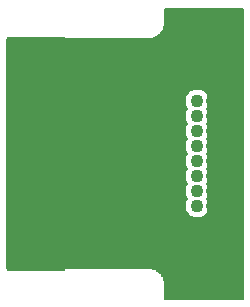
<source format=gbr>
%TF.GenerationSoftware,KiCad,Pcbnew,5.1.6-c6e7f7d~87~ubuntu18.04.1*%
%TF.CreationDate,2020-10-17T23:49:05-07:00*%
%TF.ProjectId,LA_Adapter,4c415f41-6461-4707-9465-722e6b696361,rev?*%
%TF.SameCoordinates,Original*%
%TF.FileFunction,Copper,L1,Top*%
%TF.FilePolarity,Positive*%
%FSLAX46Y46*%
G04 Gerber Fmt 4.6, Leading zero omitted, Abs format (unit mm)*
G04 Created by KiCad (PCBNEW 5.1.6-c6e7f7d~87~ubuntu18.04.1) date 2020-10-17 23:49:05*
%MOMM*%
%LPD*%
G01*
G04 APERTURE LIST*
%TA.AperFunction,ComponentPad*%
%ADD10C,1.100000*%
%TD*%
%TA.AperFunction,SMDPad,CuDef*%
%ADD11R,5.000000X2.000000*%
%TD*%
%TA.AperFunction,ViaPad*%
%ADD12C,0.600000*%
%TD*%
%TA.AperFunction,Conductor*%
%ADD13C,0.200000*%
%TD*%
G04 APERTURE END LIST*
D10*
%TO.P,J2,16*%
%TO.N,/IN0*%
X30865000Y-99805000D03*
%TO.P,J2,15*%
%TO.N,GND*%
X32135000Y-99805000D03*
%TO.P,J2,14*%
%TO.N,/IN1*%
X30865000Y-101075000D03*
%TO.P,J2,13*%
%TO.N,GND*%
X32135000Y-101075000D03*
%TO.P,J2,12*%
%TO.N,/IN2*%
X30865000Y-102345000D03*
%TO.P,J2,11*%
%TO.N,GND*%
X32135000Y-102345000D03*
%TO.P,J2,10*%
%TO.N,/IN3*%
X30865000Y-103615000D03*
%TO.P,J2,9*%
%TO.N,GND*%
X32135000Y-103615000D03*
%TO.P,J2,8*%
%TO.N,/IN4*%
X30865000Y-104885000D03*
%TO.P,J2,7*%
%TO.N,GND*%
X32135000Y-104885000D03*
%TO.P,J2,6*%
%TO.N,/IN5*%
X30865000Y-106155000D03*
%TO.P,J2,5*%
%TO.N,GND*%
X32135000Y-106155000D03*
%TO.P,J2,4*%
%TO.N,/IN6*%
X30865000Y-107425000D03*
%TO.P,J2,3*%
%TO.N,GND*%
X32135000Y-107425000D03*
%TO.P,J2,2*%
%TO.N,/IN7*%
X30865000Y-108695000D03*
%TO.P,J2,1*%
%TO.N,GND*%
X32135000Y-108695000D03*
%TD*%
D11*
%TO.P,J1,15*%
%TO.N,GND*%
X17250000Y-113140000D03*
%TO.P,J1,13*%
X17250000Y-110600000D03*
%TO.P,J1,11*%
X17250000Y-108060000D03*
%TO.P,J1,9*%
X17250000Y-105520000D03*
%TO.P,J1,7*%
X17250000Y-102980000D03*
%TO.P,J1,5*%
X17250000Y-100440000D03*
%TO.P,J1,3*%
X17250000Y-97900000D03*
%TO.P,J1,1*%
X17250000Y-95360000D03*
%TD*%
D12*
%TO.N,GND*%
X21450000Y-94850000D03*
X21450000Y-96100000D03*
X21450000Y-97350000D03*
X21450000Y-98600000D03*
X21450000Y-99850000D03*
X21450000Y-101100000D03*
X21450000Y-102350000D03*
X21450000Y-103600000D03*
X21450000Y-104900000D03*
X21450000Y-106150000D03*
X21450000Y-107400000D03*
X21450000Y-108650000D03*
X21450000Y-109900000D03*
X21450000Y-111150000D03*
X21450000Y-112400000D03*
X21450000Y-113650000D03*
%TD*%
D13*
%TO.N,GND*%
G36*
X34775000Y-116525000D02*
G01*
X28175000Y-116525000D01*
X28175000Y-115424212D01*
X28172772Y-115401592D01*
X28172815Y-115395435D01*
X28172100Y-115388140D01*
X28151699Y-115194043D01*
X28142132Y-115147437D01*
X28133215Y-115100693D01*
X28131096Y-115093676D01*
X28073384Y-114907238D01*
X28054955Y-114863398D01*
X28037120Y-114819254D01*
X28033679Y-114812782D01*
X27940854Y-114641105D01*
X27914239Y-114601646D01*
X27888190Y-114561839D01*
X27883557Y-114556158D01*
X27759153Y-114405781D01*
X27725391Y-114372254D01*
X27692098Y-114338256D01*
X27686449Y-114333583D01*
X27535207Y-114210233D01*
X27495569Y-114183898D01*
X27456312Y-114157018D01*
X27449864Y-114153531D01*
X27277542Y-114061906D01*
X27233539Y-114043770D01*
X27189814Y-114025029D01*
X27182812Y-114022861D01*
X26995975Y-113966452D01*
X26949270Y-113957204D01*
X26902755Y-113947317D01*
X26895465Y-113946551D01*
X26701232Y-113927506D01*
X26701231Y-113927506D01*
X26675788Y-113925000D01*
X14775000Y-113925000D01*
X14775000Y-99701584D01*
X29815000Y-99701584D01*
X29815000Y-99908416D01*
X29855350Y-100111274D01*
X29934502Y-100302362D01*
X30026468Y-100440000D01*
X29934502Y-100577638D01*
X29855350Y-100768726D01*
X29815000Y-100971584D01*
X29815000Y-101178416D01*
X29855350Y-101381274D01*
X29934502Y-101572362D01*
X30026468Y-101710000D01*
X29934502Y-101847638D01*
X29855350Y-102038726D01*
X29815000Y-102241584D01*
X29815000Y-102448416D01*
X29855350Y-102651274D01*
X29934502Y-102842362D01*
X30026468Y-102980000D01*
X29934502Y-103117638D01*
X29855350Y-103308726D01*
X29815000Y-103511584D01*
X29815000Y-103718416D01*
X29855350Y-103921274D01*
X29934502Y-104112362D01*
X30026468Y-104250000D01*
X29934502Y-104387638D01*
X29855350Y-104578726D01*
X29815000Y-104781584D01*
X29815000Y-104988416D01*
X29855350Y-105191274D01*
X29934502Y-105382362D01*
X30026468Y-105520000D01*
X29934502Y-105657638D01*
X29855350Y-105848726D01*
X29815000Y-106051584D01*
X29815000Y-106258416D01*
X29855350Y-106461274D01*
X29934502Y-106652362D01*
X30026468Y-106790000D01*
X29934502Y-106927638D01*
X29855350Y-107118726D01*
X29815000Y-107321584D01*
X29815000Y-107528416D01*
X29855350Y-107731274D01*
X29934502Y-107922362D01*
X30026468Y-108060000D01*
X29934502Y-108197638D01*
X29855350Y-108388726D01*
X29815000Y-108591584D01*
X29815000Y-108798416D01*
X29855350Y-109001274D01*
X29934502Y-109192362D01*
X30049411Y-109364336D01*
X30195664Y-109510589D01*
X30367638Y-109625498D01*
X30558726Y-109704650D01*
X30761584Y-109745000D01*
X30968416Y-109745000D01*
X31171274Y-109704650D01*
X31362362Y-109625498D01*
X31534336Y-109510589D01*
X31680589Y-109364336D01*
X31795498Y-109192362D01*
X31874650Y-109001274D01*
X31915000Y-108798416D01*
X31915000Y-108591584D01*
X31874650Y-108388726D01*
X31795498Y-108197638D01*
X31703532Y-108060000D01*
X31795498Y-107922362D01*
X31874650Y-107731274D01*
X31915000Y-107528416D01*
X31915000Y-107321584D01*
X31874650Y-107118726D01*
X31795498Y-106927638D01*
X31703532Y-106790000D01*
X31795498Y-106652362D01*
X31874650Y-106461274D01*
X31915000Y-106258416D01*
X31915000Y-106051584D01*
X31874650Y-105848726D01*
X31795498Y-105657638D01*
X31703532Y-105520000D01*
X31795498Y-105382362D01*
X31874650Y-105191274D01*
X31915000Y-104988416D01*
X31915000Y-104781584D01*
X31874650Y-104578726D01*
X31795498Y-104387638D01*
X31703532Y-104250000D01*
X31795498Y-104112362D01*
X31874650Y-103921274D01*
X31915000Y-103718416D01*
X31915000Y-103511584D01*
X31874650Y-103308726D01*
X31795498Y-103117638D01*
X31703532Y-102980000D01*
X31795498Y-102842362D01*
X31874650Y-102651274D01*
X31915000Y-102448416D01*
X31915000Y-102241584D01*
X31874650Y-102038726D01*
X31795498Y-101847638D01*
X31703532Y-101710000D01*
X31795498Y-101572362D01*
X31874650Y-101381274D01*
X31915000Y-101178416D01*
X31915000Y-100971584D01*
X31874650Y-100768726D01*
X31795498Y-100577638D01*
X31703532Y-100440000D01*
X31795498Y-100302362D01*
X31874650Y-100111274D01*
X31915000Y-99908416D01*
X31915000Y-99701584D01*
X31874650Y-99498726D01*
X31795498Y-99307638D01*
X31680589Y-99135664D01*
X31534336Y-98989411D01*
X31362362Y-98874502D01*
X31171274Y-98795350D01*
X30968416Y-98755000D01*
X30761584Y-98755000D01*
X30558726Y-98795350D01*
X30367638Y-98874502D01*
X30195664Y-98989411D01*
X30049411Y-99135664D01*
X29934502Y-99307638D01*
X29855350Y-99498726D01*
X29815000Y-99701584D01*
X14775000Y-99701584D01*
X14775000Y-94575000D01*
X26675788Y-94575000D01*
X26698408Y-94572772D01*
X26704565Y-94572815D01*
X26711860Y-94572100D01*
X26905957Y-94551699D01*
X26952563Y-94542132D01*
X26999307Y-94533215D01*
X27006324Y-94531096D01*
X27192762Y-94473384D01*
X27236602Y-94454955D01*
X27280746Y-94437120D01*
X27287218Y-94433679D01*
X27458895Y-94340854D01*
X27498338Y-94314249D01*
X27538161Y-94288190D01*
X27543841Y-94283557D01*
X27694219Y-94159153D01*
X27727727Y-94125410D01*
X27761745Y-94092098D01*
X27766417Y-94086449D01*
X27889767Y-93935207D01*
X27916102Y-93895569D01*
X27942982Y-93856312D01*
X27946469Y-93849864D01*
X28038094Y-93677542D01*
X28056231Y-93633539D01*
X28074971Y-93589814D01*
X28077139Y-93582811D01*
X28133548Y-93395975D01*
X28142793Y-93349284D01*
X28152683Y-93302756D01*
X28153449Y-93295466D01*
X28172494Y-93101232D01*
X28172494Y-93101231D01*
X28175000Y-93075788D01*
X28175000Y-91975000D01*
X34775001Y-91975000D01*
X34775000Y-116525000D01*
G37*
X34775000Y-116525000D02*
X28175000Y-116525000D01*
X28175000Y-115424212D01*
X28172772Y-115401592D01*
X28172815Y-115395435D01*
X28172100Y-115388140D01*
X28151699Y-115194043D01*
X28142132Y-115147437D01*
X28133215Y-115100693D01*
X28131096Y-115093676D01*
X28073384Y-114907238D01*
X28054955Y-114863398D01*
X28037120Y-114819254D01*
X28033679Y-114812782D01*
X27940854Y-114641105D01*
X27914239Y-114601646D01*
X27888190Y-114561839D01*
X27883557Y-114556158D01*
X27759153Y-114405781D01*
X27725391Y-114372254D01*
X27692098Y-114338256D01*
X27686449Y-114333583D01*
X27535207Y-114210233D01*
X27495569Y-114183898D01*
X27456312Y-114157018D01*
X27449864Y-114153531D01*
X27277542Y-114061906D01*
X27233539Y-114043770D01*
X27189814Y-114025029D01*
X27182812Y-114022861D01*
X26995975Y-113966452D01*
X26949270Y-113957204D01*
X26902755Y-113947317D01*
X26895465Y-113946551D01*
X26701232Y-113927506D01*
X26701231Y-113927506D01*
X26675788Y-113925000D01*
X14775000Y-113925000D01*
X14775000Y-99701584D01*
X29815000Y-99701584D01*
X29815000Y-99908416D01*
X29855350Y-100111274D01*
X29934502Y-100302362D01*
X30026468Y-100440000D01*
X29934502Y-100577638D01*
X29855350Y-100768726D01*
X29815000Y-100971584D01*
X29815000Y-101178416D01*
X29855350Y-101381274D01*
X29934502Y-101572362D01*
X30026468Y-101710000D01*
X29934502Y-101847638D01*
X29855350Y-102038726D01*
X29815000Y-102241584D01*
X29815000Y-102448416D01*
X29855350Y-102651274D01*
X29934502Y-102842362D01*
X30026468Y-102980000D01*
X29934502Y-103117638D01*
X29855350Y-103308726D01*
X29815000Y-103511584D01*
X29815000Y-103718416D01*
X29855350Y-103921274D01*
X29934502Y-104112362D01*
X30026468Y-104250000D01*
X29934502Y-104387638D01*
X29855350Y-104578726D01*
X29815000Y-104781584D01*
X29815000Y-104988416D01*
X29855350Y-105191274D01*
X29934502Y-105382362D01*
X30026468Y-105520000D01*
X29934502Y-105657638D01*
X29855350Y-105848726D01*
X29815000Y-106051584D01*
X29815000Y-106258416D01*
X29855350Y-106461274D01*
X29934502Y-106652362D01*
X30026468Y-106790000D01*
X29934502Y-106927638D01*
X29855350Y-107118726D01*
X29815000Y-107321584D01*
X29815000Y-107528416D01*
X29855350Y-107731274D01*
X29934502Y-107922362D01*
X30026468Y-108060000D01*
X29934502Y-108197638D01*
X29855350Y-108388726D01*
X29815000Y-108591584D01*
X29815000Y-108798416D01*
X29855350Y-109001274D01*
X29934502Y-109192362D01*
X30049411Y-109364336D01*
X30195664Y-109510589D01*
X30367638Y-109625498D01*
X30558726Y-109704650D01*
X30761584Y-109745000D01*
X30968416Y-109745000D01*
X31171274Y-109704650D01*
X31362362Y-109625498D01*
X31534336Y-109510589D01*
X31680589Y-109364336D01*
X31795498Y-109192362D01*
X31874650Y-109001274D01*
X31915000Y-108798416D01*
X31915000Y-108591584D01*
X31874650Y-108388726D01*
X31795498Y-108197638D01*
X31703532Y-108060000D01*
X31795498Y-107922362D01*
X31874650Y-107731274D01*
X31915000Y-107528416D01*
X31915000Y-107321584D01*
X31874650Y-107118726D01*
X31795498Y-106927638D01*
X31703532Y-106790000D01*
X31795498Y-106652362D01*
X31874650Y-106461274D01*
X31915000Y-106258416D01*
X31915000Y-106051584D01*
X31874650Y-105848726D01*
X31795498Y-105657638D01*
X31703532Y-105520000D01*
X31795498Y-105382362D01*
X31874650Y-105191274D01*
X31915000Y-104988416D01*
X31915000Y-104781584D01*
X31874650Y-104578726D01*
X31795498Y-104387638D01*
X31703532Y-104250000D01*
X31795498Y-104112362D01*
X31874650Y-103921274D01*
X31915000Y-103718416D01*
X31915000Y-103511584D01*
X31874650Y-103308726D01*
X31795498Y-103117638D01*
X31703532Y-102980000D01*
X31795498Y-102842362D01*
X31874650Y-102651274D01*
X31915000Y-102448416D01*
X31915000Y-102241584D01*
X31874650Y-102038726D01*
X31795498Y-101847638D01*
X31703532Y-101710000D01*
X31795498Y-101572362D01*
X31874650Y-101381274D01*
X31915000Y-101178416D01*
X31915000Y-100971584D01*
X31874650Y-100768726D01*
X31795498Y-100577638D01*
X31703532Y-100440000D01*
X31795498Y-100302362D01*
X31874650Y-100111274D01*
X31915000Y-99908416D01*
X31915000Y-99701584D01*
X31874650Y-99498726D01*
X31795498Y-99307638D01*
X31680589Y-99135664D01*
X31534336Y-98989411D01*
X31362362Y-98874502D01*
X31171274Y-98795350D01*
X30968416Y-98755000D01*
X30761584Y-98755000D01*
X30558726Y-98795350D01*
X30367638Y-98874502D01*
X30195664Y-98989411D01*
X30049411Y-99135664D01*
X29934502Y-99307638D01*
X29855350Y-99498726D01*
X29815000Y-99701584D01*
X14775000Y-99701584D01*
X14775000Y-94575000D01*
X26675788Y-94575000D01*
X26698408Y-94572772D01*
X26704565Y-94572815D01*
X26711860Y-94572100D01*
X26905957Y-94551699D01*
X26952563Y-94542132D01*
X26999307Y-94533215D01*
X27006324Y-94531096D01*
X27192762Y-94473384D01*
X27236602Y-94454955D01*
X27280746Y-94437120D01*
X27287218Y-94433679D01*
X27458895Y-94340854D01*
X27498338Y-94314249D01*
X27538161Y-94288190D01*
X27543841Y-94283557D01*
X27694219Y-94159153D01*
X27727727Y-94125410D01*
X27761745Y-94092098D01*
X27766417Y-94086449D01*
X27889767Y-93935207D01*
X27916102Y-93895569D01*
X27942982Y-93856312D01*
X27946469Y-93849864D01*
X28038094Y-93677542D01*
X28056231Y-93633539D01*
X28074971Y-93589814D01*
X28077139Y-93582811D01*
X28133548Y-93395975D01*
X28142793Y-93349284D01*
X28152683Y-93302756D01*
X28153449Y-93295466D01*
X28172494Y-93101232D01*
X28172494Y-93101231D01*
X28175000Y-93075788D01*
X28175000Y-91975000D01*
X34775001Y-91975000D01*
X34775000Y-116525000D01*
%TD*%
M02*

</source>
